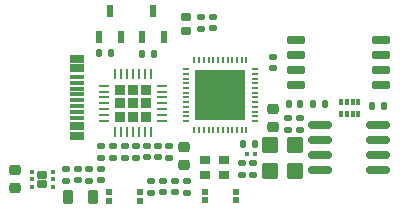
<source format=gtp>
G04 #@! TF.GenerationSoftware,KiCad,Pcbnew,8.0.1*
G04 #@! TF.CreationDate,2024-12-03T00:50:36+05:30*
G04 #@! TF.ProjectId,V1,56312e6b-6963-4616-945f-706362585858,r0.1*
G04 #@! TF.SameCoordinates,Original*
G04 #@! TF.FileFunction,Paste,Top*
G04 #@! TF.FilePolarity,Positive*
%FSLAX46Y46*%
G04 Gerber Fmt 4.6, Leading zero omitted, Abs format (unit mm)*
G04 Created by KiCad (PCBNEW 8.0.1) date 2024-12-03 00:50:36*
%MOMM*%
%LPD*%
G01*
G04 APERTURE LIST*
G04 Aperture macros list*
%AMRoundRect*
0 Rectangle with rounded corners*
0 $1 Rounding radius*
0 $2 $3 $4 $5 $6 $7 $8 $9 X,Y pos of 4 corners*
0 Add a 4 corners polygon primitive as box body*
4,1,4,$2,$3,$4,$5,$6,$7,$8,$9,$2,$3,0*
0 Add four circle primitives for the rounded corners*
1,1,$1+$1,$2,$3*
1,1,$1+$1,$4,$5*
1,1,$1+$1,$6,$7*
1,1,$1+$1,$8,$9*
0 Add four rect primitives between the rounded corners*
20,1,$1+$1,$2,$3,$4,$5,0*
20,1,$1+$1,$4,$5,$6,$7,0*
20,1,$1+$1,$6,$7,$8,$9,0*
20,1,$1+$1,$8,$9,$2,$3,0*%
G04 Aperture macros list end*
%ADD10R,0.600000X1.100000*%
%ADD11R,0.550000X0.550000*%
%ADD12RoundRect,0.174375X0.253125X-0.174375X0.253125X0.174375X-0.253125X0.174375X-0.253125X-0.174375X0*%
%ADD13RoundRect,0.140000X-0.170000X0.140000X-0.170000X-0.140000X0.170000X-0.140000X0.170000X0.140000X0*%
%ADD14RoundRect,0.075000X-0.550000X0.225000X-0.550000X-0.225000X0.550000X-0.225000X0.550000X0.225000X0*%
%ADD15RoundRect,0.075000X-0.550000X0.075000X-0.550000X-0.075000X0.550000X-0.075000X0.550000X0.075000X0*%
%ADD16RoundRect,0.225000X-0.250000X0.225000X-0.250000X-0.225000X0.250000X-0.225000X0.250000X0.225000X0*%
%ADD17RoundRect,0.135000X-0.185000X0.135000X-0.185000X-0.135000X0.185000X-0.135000X0.185000X0.135000X0*%
%ADD18RoundRect,0.140000X0.170000X-0.140000X0.170000X0.140000X-0.170000X0.140000X-0.170000X-0.140000X0*%
%ADD19RoundRect,0.225000X-0.225000X-0.225000X0.225000X-0.225000X0.225000X0.225000X-0.225000X0.225000X0*%
%ADD20RoundRect,0.062500X-0.337500X-0.062500X0.337500X-0.062500X0.337500X0.062500X-0.337500X0.062500X0*%
%ADD21RoundRect,0.062500X-0.062500X-0.337500X0.062500X-0.337500X0.062500X0.337500X-0.062500X0.337500X0*%
%ADD22RoundRect,0.135000X0.185000X-0.135000X0.185000X0.135000X-0.185000X0.135000X-0.185000X-0.135000X0*%
%ADD23RoundRect,0.172500X0.262500X0.172500X-0.262500X0.172500X-0.262500X-0.172500X0.262500X-0.172500X0*%
%ADD24RoundRect,0.093750X0.093750X0.106250X-0.093750X0.106250X-0.093750X-0.106250X0.093750X-0.106250X0*%
%ADD25RoundRect,0.150000X0.650000X0.150000X-0.650000X0.150000X-0.650000X-0.150000X0.650000X-0.150000X0*%
%ADD26R,0.600000X0.200000*%
%ADD27R,0.200000X0.600000*%
%ADD28R,4.350000X4.350000*%
%ADD29RoundRect,0.135000X-0.135000X-0.185000X0.135000X-0.185000X0.135000X0.185000X-0.135000X0.185000X0*%
%ADD30R,0.400000X0.500000*%
%ADD31R,0.300000X0.500000*%
%ADD32RoundRect,0.147500X0.147500X0.172500X-0.147500X0.172500X-0.147500X-0.172500X0.147500X-0.172500X0*%
%ADD33RoundRect,0.140000X-0.140000X-0.170000X0.140000X-0.170000X0.140000X0.170000X-0.140000X0.170000X0*%
%ADD34R,0.900000X0.800000*%
%ADD35RoundRect,0.135000X0.540000X0.540000X-0.540000X0.540000X-0.540000X-0.540000X0.540000X-0.540000X0*%
%ADD36RoundRect,0.218750X-0.218750X-0.381250X0.218750X-0.381250X0.218750X0.381250X-0.218750X0.381250X0*%
%ADD37RoundRect,0.150000X0.825000X0.150000X-0.825000X0.150000X-0.825000X-0.150000X0.825000X-0.150000X0*%
%ADD38RoundRect,0.135000X0.135000X0.185000X-0.135000X0.185000X-0.135000X-0.185000X0.135000X-0.185000X0*%
%ADD39RoundRect,0.079500X-0.079500X-0.100500X0.079500X-0.100500X0.079500X0.100500X-0.079500X0.100500X0*%
G04 APERTURE END LIST*
D10*
X111724600Y-94394400D03*
X113624600Y-94394400D03*
X112674600Y-92194400D03*
X108107600Y-94386600D03*
X110007600Y-94386600D03*
X109057600Y-92186600D03*
D11*
X111590600Y-108249000D03*
X111590600Y-107499000D03*
X108940600Y-107499000D03*
X108940600Y-108249000D03*
D12*
X115443200Y-93856500D03*
X115443200Y-92681500D03*
D13*
X114071600Y-103634800D03*
X114071600Y-104594800D03*
D14*
X106245000Y-96250000D03*
X106245000Y-97050000D03*
D15*
X106245000Y-98250000D03*
X106245000Y-99250000D03*
X106245000Y-99750000D03*
X106245000Y-100750000D03*
D14*
X106245000Y-101950000D03*
X106245000Y-102750000D03*
X106245000Y-102750000D03*
X106245000Y-101950000D03*
D15*
X106245000Y-101250000D03*
X106245000Y-100250000D03*
X106245000Y-98750000D03*
X106245000Y-97750000D03*
D14*
X106245000Y-97050000D03*
X106245000Y-96250000D03*
D16*
X115290800Y-103670000D03*
X115290800Y-105220000D03*
D17*
X116738600Y-92657400D03*
X116738600Y-93677400D03*
X112522200Y-106551200D03*
X112522200Y-107571200D03*
D18*
X117780000Y-93647400D03*
X117780000Y-92687400D03*
D19*
X109880000Y-98880000D03*
X109880000Y-100000000D03*
X109880000Y-101120000D03*
X111000000Y-98880000D03*
X111000000Y-100000000D03*
X111000000Y-101120000D03*
X112120000Y-98880000D03*
X112120000Y-100000000D03*
X112120000Y-101120000D03*
D20*
X108550000Y-98500000D03*
X108550000Y-99000000D03*
X108550000Y-99500000D03*
X108550000Y-100000000D03*
X108550000Y-100500000D03*
X108550000Y-101000000D03*
X108550000Y-101500000D03*
D21*
X109500000Y-102450000D03*
X110000000Y-102450000D03*
X110500000Y-102450000D03*
X111000000Y-102450000D03*
X111500000Y-102450000D03*
X112000000Y-102450000D03*
X112500000Y-102450000D03*
D20*
X113450000Y-101500000D03*
X113450000Y-101000000D03*
X113450000Y-100500000D03*
X113450000Y-100000000D03*
X113450000Y-99500000D03*
X113450000Y-99000000D03*
X113450000Y-98500000D03*
D21*
X112500000Y-97550000D03*
X112000000Y-97550000D03*
X111500000Y-97550000D03*
X111000000Y-97550000D03*
X110500000Y-97550000D03*
X110000000Y-97550000D03*
X109500000Y-97550000D03*
D22*
X115570200Y-107571200D03*
X115570200Y-106551200D03*
D23*
X103325900Y-106826200D03*
X103325900Y-106026200D03*
D24*
X104213400Y-107076200D03*
X104213400Y-106426200D03*
X104213400Y-105776200D03*
X102438400Y-105776200D03*
X102438400Y-106426200D03*
X102438400Y-107076200D03*
D18*
X113538200Y-107541200D03*
X113538200Y-106581200D03*
D25*
X131971800Y-98425200D03*
X131971800Y-97155200D03*
X131971800Y-95885200D03*
X131971800Y-94615200D03*
X124771800Y-94615200D03*
X124771800Y-95885200D03*
X124771800Y-97155200D03*
X124771800Y-98425200D03*
D22*
X108305800Y-104624800D03*
X108305800Y-103604800D03*
D26*
X121349549Y-101499999D03*
X121349549Y-101099999D03*
X121349549Y-100699999D03*
X121349549Y-100299999D03*
X121349549Y-99899999D03*
X121349549Y-99499999D03*
X121349549Y-99099999D03*
X121349549Y-98699999D03*
X121349549Y-98299999D03*
X121349549Y-97899999D03*
X121349549Y-97499999D03*
X121349549Y-97099999D03*
D27*
X120599549Y-96349999D03*
X120199549Y-96349999D03*
X119799549Y-96349999D03*
X119399549Y-96349999D03*
X118999549Y-96349999D03*
X118599549Y-96349999D03*
X118199549Y-96349999D03*
X117799549Y-96349999D03*
X117399549Y-96349999D03*
X116999549Y-96349999D03*
X116599549Y-96349999D03*
X116199549Y-96349999D03*
D26*
X115449549Y-97099999D03*
X115449549Y-97499999D03*
X115449549Y-97899999D03*
X115449549Y-98299999D03*
X115449549Y-98699999D03*
X115449549Y-99099999D03*
X115449549Y-99499999D03*
X115449549Y-99899999D03*
X115449549Y-100299999D03*
X115449549Y-100699999D03*
X115449549Y-101099999D03*
X115449549Y-101499999D03*
D27*
X116199549Y-102249999D03*
X116599549Y-102249999D03*
X116999549Y-102249999D03*
X117399549Y-102249999D03*
X117799549Y-102249999D03*
X118199549Y-102249999D03*
X118599549Y-102249999D03*
X118999549Y-102249999D03*
X119399549Y-102249999D03*
X119799549Y-102249999D03*
X120199549Y-102249999D03*
X120599549Y-102249999D03*
D28*
X118399549Y-99299999D03*
D29*
X111732800Y-95783600D03*
X112752800Y-95783600D03*
D16*
X122834600Y-100444200D03*
X122834600Y-101994200D03*
D30*
X128587000Y-100906400D03*
D31*
X129087000Y-100906400D03*
X129587000Y-100906400D03*
D30*
X130087000Y-100906400D03*
X130087000Y-99906400D03*
D31*
X129587000Y-99906400D03*
X129087000Y-99906400D03*
D30*
X128587000Y-99906400D03*
D32*
X125148400Y-100025400D03*
X124178400Y-100025400D03*
D13*
X124155400Y-101272600D03*
X124155400Y-102232600D03*
D18*
X108305800Y-106525200D03*
X108305800Y-105565200D03*
D11*
X117059800Y-107473600D03*
X117059800Y-108223600D03*
X119709800Y-108223600D03*
X119709800Y-107473600D03*
D18*
X120243800Y-106042600D03*
X120243800Y-105082600D03*
D17*
X105283200Y-105535200D03*
X105283200Y-106555200D03*
D22*
X111252200Y-104624800D03*
X111252200Y-103604800D03*
D33*
X131270000Y-100203200D03*
X132230000Y-100203200D03*
X126266200Y-100025400D03*
X127226200Y-100025400D03*
D13*
X125146000Y-101272600D03*
X125146000Y-102232600D03*
D34*
X118725000Y-104810600D03*
X117075000Y-104810600D03*
X117075000Y-106060600D03*
X118725000Y-106060600D03*
D13*
X112192000Y-103609400D03*
X112192000Y-104569400D03*
D18*
X122860000Y-97051000D03*
X122860000Y-96091000D03*
D22*
X109296400Y-104624800D03*
X109296400Y-103604800D03*
D18*
X121183600Y-106042600D03*
X121183600Y-105082600D03*
D35*
X122597800Y-103547800D03*
X124747800Y-105697800D03*
X124747800Y-103547800D03*
X122597800Y-105697800D03*
D18*
X106299200Y-106499800D03*
X106299200Y-105539800D03*
D36*
X105490700Y-107899400D03*
X107615700Y-107899400D03*
D17*
X110287000Y-103604800D03*
X110287000Y-104624800D03*
D37*
X131775000Y-105670000D03*
X131775000Y-104400000D03*
X131775000Y-103130000D03*
X131775000Y-101860000D03*
X126825000Y-101860000D03*
X126825000Y-103130000D03*
X126825000Y-104400000D03*
X126825000Y-105670000D03*
D13*
X114554200Y-106581200D03*
X114554200Y-107541200D03*
D16*
X101016000Y-105625800D03*
X101016000Y-107175800D03*
D22*
X107289800Y-106555200D03*
X107289800Y-105535200D03*
D38*
X121287200Y-103429000D03*
X120267200Y-103429000D03*
D39*
X120610000Y-104267200D03*
X121300000Y-104267200D03*
D29*
X108100600Y-95758200D03*
X109120600Y-95758200D03*
D13*
X113081000Y-103609400D03*
X113081000Y-104569400D03*
M02*

</source>
